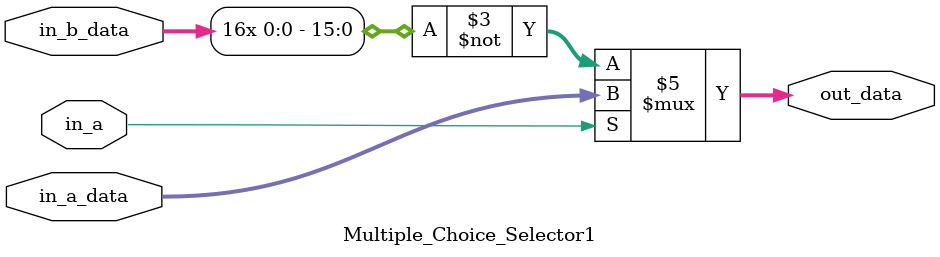
<source format=v>
module Multiple_Choice_Selector1(
    input               in_a,    //系统复位，低有效
    input               [15:0] in_a_data  ,    //50Mhz系统时钟
    input               in_b_data,    //系统复位，低有效

    output reg        [15:0]   out_data           //LED输出信号
    );
    
always@(*)
begin

    if(in_a==1)
            out_data<=in_a_data;
    else
            out_data<=~{16{in_b_data}};;
end
 
    
     
/*always @(*) begin
         out_clk<=in_a_clk;
         out_data<=in_a_data;
    if(in_a==1)
        begin
         out_clk<=in_a_clk;
         out_data<=in_a_data;
        end
    else if(in_b==1)
        begin
         out_clk<=in_b_clk;
         out_data<=~{16{in_b_data}};
        end */
    /*else 
        begin
         out_clk<=out_clk;
         out_data<=out_data;
         end  
        
end*/
/*always@(posedge clk or negedge rst_n)
begin
	if(!rst_n)
    begin
		out_clk<=in_b_clk;
        out_data<=in_b_data;
    end
	else if(in_a==1)
        begin
         out_clk<=in_b_clk;
         out_data<=in_b_data;
        end
	else
        begin
            out_a <= out_a;
            out_b <= out_b;
        end
end*/

endmodule
</source>
